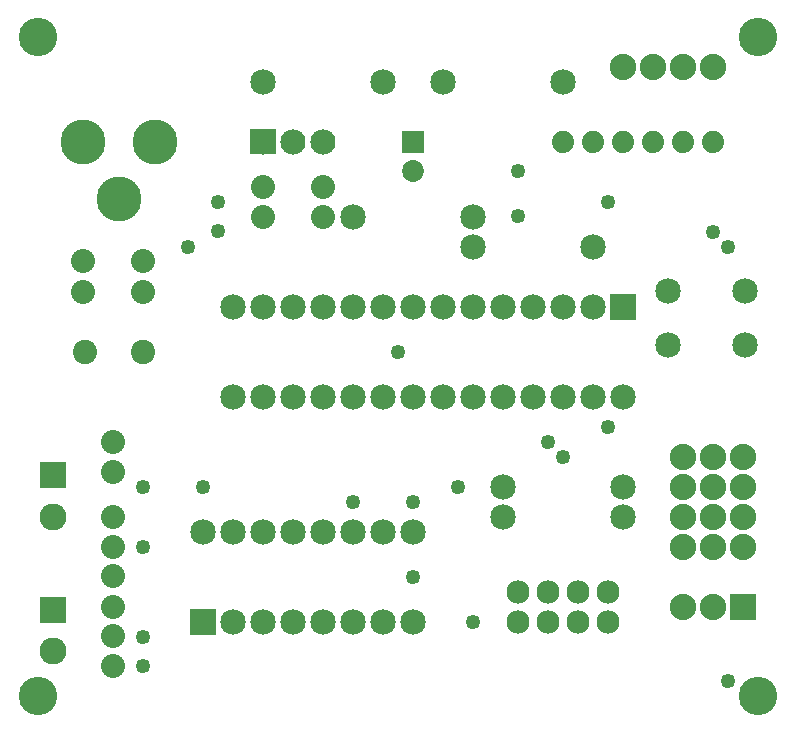
<source format=gts>
G04 MADE WITH FRITZING*
G04 WWW.FRITZING.ORG*
G04 DOUBLE SIDED*
G04 HOLES PLATED*
G04 CONTOUR ON CENTER OF CONTOUR VECTOR*
%ASAXBY*%
%FSLAX23Y23*%
%MOIN*%
%OFA0B0*%
%SFA1.0B1.0*%
%ADD10C,0.049370*%
%ADD11C,0.088000*%
%ADD12C,0.077278*%
%ADD13C,0.128110*%
%ADD14C,0.085000*%
%ADD15C,0.074000*%
%ADD16C,0.090000*%
%ADD17C,0.080000*%
%ADD18C,0.084000*%
%ADD19C,0.072992*%
%ADD20C,0.080925*%
%ADD21C,0.080866*%
%ADD22C,0.150000*%
%ADD23R,0.088000X0.088000*%
%ADD24R,0.085000X0.085000*%
%ADD25R,0.090000X0.090000*%
%ADD26R,0.072992X0.072992*%
%ADD27R,0.001000X0.001000*%
%LNMASK1*%
G90*
G70*
G54D10*
X470Y584D03*
X1370Y484D03*
X1520Y784D03*
X1370Y734D03*
X1820Y934D03*
X470Y284D03*
X470Y185D03*
X2420Y135D03*
G54D11*
X2470Y384D03*
X2370Y384D03*
X2270Y384D03*
G54D10*
X669Y784D03*
X469Y784D03*
X1570Y334D03*
X1170Y734D03*
X1319Y1234D03*
X2420Y1584D03*
X2020Y1734D03*
X620Y1584D03*
X1870Y884D03*
X2020Y984D03*
X2370Y1634D03*
X720Y1734D03*
X720Y1635D03*
X1720Y1685D03*
X1720Y1835D03*
G54D12*
X2020Y334D03*
X1920Y334D03*
X1820Y334D03*
X1720Y334D03*
X2020Y434D03*
X1920Y434D03*
X1820Y434D03*
X1720Y434D03*
G54D13*
X120Y2284D03*
X120Y85D03*
X2520Y85D03*
X2520Y2284D03*
G54D11*
X2370Y584D03*
X2370Y684D03*
X2370Y784D03*
X2370Y884D03*
X2270Y584D03*
X2270Y684D03*
X2270Y784D03*
X2270Y884D03*
X2470Y584D03*
X2470Y684D03*
X2470Y784D03*
X2470Y884D03*
G54D14*
X1670Y684D03*
X2070Y684D03*
X1670Y784D03*
X2070Y784D03*
G54D11*
X2070Y2184D03*
X2170Y2184D03*
X2270Y2184D03*
X2370Y2184D03*
G54D15*
X2370Y1934D03*
X2270Y1934D03*
X2170Y1934D03*
X2070Y1934D03*
X1970Y1934D03*
X1870Y1934D03*
G54D14*
X870Y2134D03*
X1270Y2134D03*
X1470Y2134D03*
X1870Y2134D03*
X670Y334D03*
X670Y634D03*
X770Y334D03*
X770Y634D03*
X870Y334D03*
X870Y634D03*
X970Y334D03*
X970Y634D03*
X1070Y334D03*
X1070Y634D03*
X1170Y334D03*
X1170Y634D03*
X1270Y334D03*
X1270Y634D03*
X1370Y334D03*
X1370Y634D03*
G54D16*
X170Y822D03*
X170Y684D03*
X170Y372D03*
X170Y235D03*
G54D17*
X370Y834D03*
X370Y934D03*
X370Y584D03*
X370Y684D03*
X370Y485D03*
X370Y384D03*
X370Y285D03*
X370Y185D03*
G54D18*
X870Y1934D03*
X970Y1934D03*
X1070Y1934D03*
X870Y1934D03*
X970Y1934D03*
X1070Y1934D03*
G54D17*
X1070Y1684D03*
X1070Y1784D03*
X870Y1684D03*
X870Y1784D03*
G54D19*
X1370Y1934D03*
X1370Y1836D03*
G54D14*
X1170Y1684D03*
X1570Y1684D03*
X2070Y1384D03*
X2070Y1084D03*
X1970Y1384D03*
X1970Y1084D03*
X1870Y1384D03*
X1870Y1084D03*
X1770Y1384D03*
X1770Y1084D03*
X1670Y1384D03*
X1670Y1084D03*
X1570Y1384D03*
X1570Y1084D03*
X1470Y1384D03*
X1470Y1084D03*
X1370Y1384D03*
X1370Y1084D03*
X1270Y1384D03*
X1270Y1084D03*
X1170Y1384D03*
X1170Y1084D03*
X1070Y1384D03*
X1070Y1084D03*
X970Y1384D03*
X970Y1084D03*
X870Y1384D03*
X870Y1084D03*
X770Y1384D03*
X770Y1084D03*
X1570Y1584D03*
X1970Y1584D03*
G54D20*
X470Y1234D03*
G54D21*
X277Y1234D03*
G54D17*
X270Y1535D03*
X270Y1434D03*
X470Y1535D03*
X470Y1434D03*
G54D14*
X2220Y1435D03*
X2476Y1435D03*
X2220Y1257D03*
X2476Y1257D03*
G54D22*
X510Y1934D03*
X270Y1934D03*
X390Y1744D03*
G54D23*
X2470Y384D03*
G54D24*
X670Y334D03*
G54D25*
X170Y822D03*
X170Y372D03*
G54D26*
X1370Y1934D03*
G54D24*
X2070Y1384D03*
G54D27*
X828Y1976D02*
X911Y1976D01*
X828Y1975D02*
X911Y1975D01*
X828Y1974D02*
X911Y1974D01*
X828Y1973D02*
X911Y1973D01*
X828Y1972D02*
X911Y1972D01*
X828Y1971D02*
X911Y1971D01*
X828Y1970D02*
X911Y1970D01*
X828Y1969D02*
X911Y1969D01*
X828Y1968D02*
X911Y1968D01*
X828Y1967D02*
X911Y1967D01*
X828Y1966D02*
X911Y1966D01*
X828Y1965D02*
X911Y1965D01*
X828Y1964D02*
X911Y1964D01*
X828Y1963D02*
X911Y1963D01*
X828Y1962D02*
X911Y1962D01*
X828Y1961D02*
X911Y1961D01*
X828Y1960D02*
X911Y1960D01*
X828Y1959D02*
X911Y1959D01*
X828Y1958D02*
X911Y1958D01*
X828Y1957D02*
X911Y1957D01*
X828Y1956D02*
X911Y1956D01*
X828Y1955D02*
X911Y1955D01*
X828Y1954D02*
X911Y1954D01*
X828Y1953D02*
X911Y1953D01*
X828Y1952D02*
X911Y1952D01*
X828Y1951D02*
X911Y1951D01*
X828Y1950D02*
X911Y1950D01*
X828Y1949D02*
X865Y1949D01*
X874Y1949D02*
X911Y1949D01*
X828Y1948D02*
X862Y1948D01*
X876Y1948D02*
X911Y1948D01*
X828Y1947D02*
X860Y1947D01*
X878Y1947D02*
X911Y1947D01*
X828Y1946D02*
X859Y1946D01*
X879Y1946D02*
X911Y1946D01*
X828Y1945D02*
X858Y1945D01*
X880Y1945D02*
X911Y1945D01*
X828Y1944D02*
X857Y1944D01*
X881Y1944D02*
X911Y1944D01*
X828Y1943D02*
X856Y1943D01*
X882Y1943D02*
X911Y1943D01*
X828Y1942D02*
X856Y1942D01*
X883Y1942D02*
X911Y1942D01*
X828Y1941D02*
X855Y1941D01*
X883Y1941D02*
X911Y1941D01*
X828Y1940D02*
X855Y1940D01*
X883Y1940D02*
X911Y1940D01*
X828Y1939D02*
X855Y1939D01*
X884Y1939D02*
X911Y1939D01*
X828Y1938D02*
X854Y1938D01*
X884Y1938D02*
X911Y1938D01*
X828Y1937D02*
X854Y1937D01*
X884Y1937D02*
X911Y1937D01*
X828Y1936D02*
X854Y1936D01*
X884Y1936D02*
X911Y1936D01*
X828Y1935D02*
X854Y1935D01*
X884Y1935D02*
X911Y1935D01*
X828Y1934D02*
X854Y1934D01*
X884Y1934D02*
X911Y1934D01*
X828Y1933D02*
X854Y1933D01*
X884Y1933D02*
X911Y1933D01*
X828Y1932D02*
X854Y1932D01*
X884Y1932D02*
X911Y1932D01*
X828Y1931D02*
X855Y1931D01*
X884Y1931D02*
X911Y1931D01*
X828Y1930D02*
X855Y1930D01*
X884Y1930D02*
X911Y1930D01*
X828Y1929D02*
X855Y1929D01*
X883Y1929D02*
X911Y1929D01*
X828Y1928D02*
X856Y1928D01*
X883Y1928D02*
X911Y1928D01*
X828Y1927D02*
X856Y1927D01*
X882Y1927D02*
X911Y1927D01*
X828Y1926D02*
X857Y1926D01*
X881Y1926D02*
X911Y1926D01*
X828Y1925D02*
X858Y1925D01*
X881Y1925D02*
X911Y1925D01*
X828Y1924D02*
X859Y1924D01*
X880Y1924D02*
X911Y1924D01*
X828Y1923D02*
X860Y1923D01*
X878Y1923D02*
X911Y1923D01*
X828Y1922D02*
X862Y1922D01*
X877Y1922D02*
X911Y1922D01*
X828Y1921D02*
X864Y1921D01*
X875Y1921D02*
X911Y1921D01*
X828Y1920D02*
X911Y1920D01*
X828Y1919D02*
X911Y1919D01*
X828Y1918D02*
X911Y1918D01*
X828Y1917D02*
X911Y1917D01*
X828Y1916D02*
X911Y1916D01*
X828Y1915D02*
X911Y1915D01*
X828Y1914D02*
X911Y1914D01*
X828Y1913D02*
X911Y1913D01*
X828Y1912D02*
X911Y1912D01*
X828Y1911D02*
X911Y1911D01*
X828Y1910D02*
X911Y1910D01*
X828Y1909D02*
X911Y1909D01*
X828Y1908D02*
X911Y1908D01*
X828Y1907D02*
X911Y1907D01*
X828Y1906D02*
X911Y1906D01*
X828Y1905D02*
X911Y1905D01*
X828Y1904D02*
X911Y1904D01*
X828Y1903D02*
X911Y1903D01*
X828Y1902D02*
X911Y1902D01*
X828Y1901D02*
X911Y1901D01*
X828Y1900D02*
X911Y1900D01*
X828Y1899D02*
X911Y1899D01*
X828Y1898D02*
X911Y1898D01*
X828Y1897D02*
X911Y1897D01*
X828Y1896D02*
X911Y1896D01*
X828Y1895D02*
X911Y1895D01*
X828Y1894D02*
X911Y1894D01*
X828Y1893D02*
X910Y1893D01*
D02*
G04 End of Mask1*
M02*
</source>
